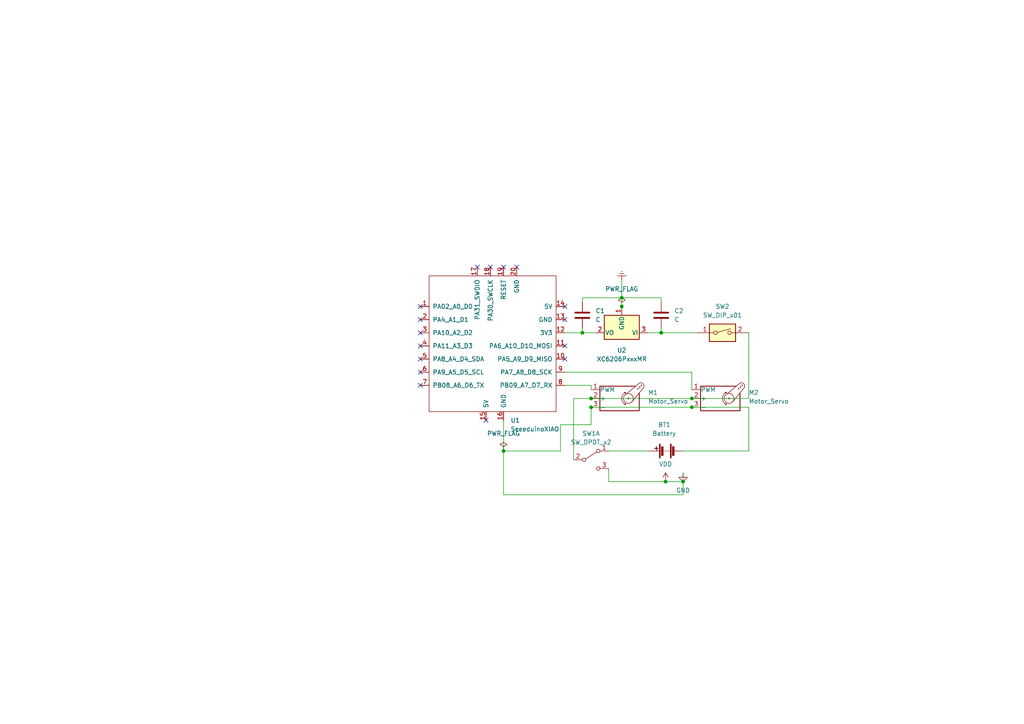
<source format=kicad_sch>
(kicad_sch (version 20211123) (generator eeschema)
  (paper "A4")
  (lib_symbols
    (symbol "Device:Battery" (pin_numbers hide) (pin_names (offset 0) hide)
      (property "Reference" "BT" (at 2.54 2.54 0))
      (property "Value" "Battery" (at 2.54 0 0))
      (symbol "Battery_0_1"
        (rectangle (start -2.032 -1.397) (end 2.032 -1.651) (fill (type outline)))
        (rectangle (start -2.032 1.778) (end 2.032 1.524) (fill (type outline)))
        (rectangle (start -1.3208 -1.9812) (end 1.27 -2.4892) (fill (type outline)))
        (rectangle (start -1.3208 1.1938) (end 1.27 0.6858) (fill (type outline)))
        (polyline (pts (xy 0 -1.524) (xy 0 -1.27)))
        (polyline (pts (xy 0 -1.016) (xy 0 -0.762)))
        (polyline (pts (xy 0 -0.508) (xy 0 -0.254)))
        (polyline (pts (xy 0 0) (xy 0 0.254)))
        (polyline (pts (xy 0 0.508) (xy 0 0.762)))
        (polyline (pts (xy 0 1.778) (xy 0 2.54)))
        (polyline (pts (xy 0.254 2.667) (xy 1.27 2.667)) (stroke (width 0.254)))
        (polyline (pts (xy 0.762 3.175) (xy 0.762 2.159)) (stroke (width 0.254)))
      )
      (symbol "Battery_1_1"
        (pin passive line (at 0 5.08 270) (length 2.54) (name "+") (number "1"))
        (pin passive line (at 0 -5.08 90) (length 2.54) (name "-") (number "2"))
      )
    )
    (symbol "Device:C" (pin_numbers hide) (pin_names (offset 0.254))
      (property "Reference" "C" (at 0.635 2.54 0))
      (property "Value" "C" (at 0.635 -2.54 0))
      (symbol "C_0_1"
        (polyline (pts (xy -2.032 -0.762) (xy 2.032 -0.762)) (stroke (width 0.508)))
        (polyline (pts (xy -2.032 0.762) (xy 2.032 0.762)) (stroke (width 0.508)))
      )
      (symbol "C_1_1"
        (pin passive line (at 0 3.81 270) (length 2.794) (name "~") (number "1"))
        (pin passive line (at 0 -3.81 90) (length 2.794) (name "~") (number "2"))
      )
    )
    (symbol "Motor:Motor_Servo" (pin_names (offset 0.0254))
      (property "Reference" "M" (at -5.08 4.445 0))
      (property "Value" "Motor_Servo" (at -5.08 -4.064 0))
      (symbol "Motor_Servo_0_1"
        (polyline (pts (xy 2.413 -1.778) (xy 2.032 -1.778)))
        (polyline (pts (xy 2.413 -1.778) (xy 2.286 -1.397)))
        (polyline (pts (xy 2.413 1.778) (xy 1.905 1.778)))
        (polyline (pts (xy 2.413 1.778) (xy 2.286 1.397)))
        (polyline (pts (xy 6.35 4.445) (xy 2.54 1.27)))
        (polyline (pts (xy 7.62 3.175) (xy 4.191 -1.016)))
        (polyline (pts (xy 5.08 3.556) (xy -5.08 3.556) (xy -5.08 -3.556) (xy 6.35 -3.556) (xy 6.35 1.524)) (stroke (width 0.254)))
        (arc (start 2.413 1.778) (mid 1.2406 0) (end 2.413 -1.778))
        (circle (center 3.175 0) (radius 0.1778))
        (circle (center 3.175 0) (radius 1.4224))
        (circle (center 5.969 2.794) (radius 0.127))
        (circle (center 6.477 3.302) (radius 0.127))
        (circle (center 6.985 3.81) (radius 0.127))
        (arc (start 7.62 3.175) (mid 7.4485 4.2735) (end 6.35 4.445))
      )
      (symbol "Motor_Servo_1_1"
        (pin passive line (at -7.62 2.54 0) (length 2.54) (name "PWM") (number "1"))
        (pin passive line (at -7.62 0 0) (length 2.54) (name "+") (number "2"))
        (pin passive line (at -7.62 -2.54 0) (length 2.54) (name "-") (number "3"))
      )
    )
    (symbol "Regulator_Linear:XC6206PxxxMR" (pin_names (offset 0.254))
      (property "Reference" "U" (at -3.81 3.175 0))
      (property "Value" "XC6206PxxxMR" (at 0 3.175 0))
      (symbol "XC6206PxxxMR_0_1"
        (rectangle (start -5.08 1.905) (end 5.08 -5.08) (stroke (width 0.254)) (fill (type background)))
      )
      (symbol "XC6206PxxxMR_1_1"
        (pin power_in line (at 0 -7.62 90) (length 2.54) (name "GND") (number "1"))
        (pin power_out line (at 7.62 0 180) (length 2.54) (name "VO") (number "2"))
        (pin power_in line (at -7.62 0 0) (length 2.54) (name "VI") (number "3"))
      )
    )
    (symbol "Seeeduino XIAO:SeeeduinoXIAO" (pin_names (offset 1.016))
      (property "Reference" "U" (at -19.05 22.86 0))
      (property "Value" "SeeeduinoXIAO" (at -12.7 21.59 0))
      (symbol "SeeeduinoXIAO_0_1"
        (rectangle (start -19.05 20.32) (end 17.78 -19.05))
      )
      (symbol "SeeeduinoXIAO_1_1"
        (pin unspecified line (at -21.59 11.43 0) (length 2.54) (name "PA02_A0_D0") (number "1"))
        (pin unspecified line (at 20.32 -3.81 180) (length 2.54) (name "PA5_A9_D9_MISO") (number "10"))
        (pin unspecified line (at 20.32 0 180) (length 2.54) (name "PA6_A10_D10_MOSI") (number "11"))
        (pin unspecified line (at 20.32 3.81 180) (length 2.54) (name "3V3") (number "12"))
        (pin unspecified line (at 20.32 7.62 180) (length 2.54) (name "GND") (number "13"))
        (pin unspecified line (at 20.32 11.43 180) (length 2.54) (name "5V") (number "14"))
        (pin input line (at -2.54 -21.59 90) (length 2.54) (name "5V") (number "15"))
        (pin input line (at 2.54 -21.59 90) (length 2.54) (name "GND") (number "16"))
        (pin input line (at -5.08 22.86 270) (length 2.54) (name "PA31_SWDIO") (number "17"))
        (pin input line (at -1.27 22.86 270) (length 2.54) (name "PA30_SWCLK") (number "18"))
        (pin input line (at 2.54 22.86 270) (length 2.54) (name "RESET") (number "19"))
        (pin unspecified line (at -21.59 7.62 0) (length 2.54) (name "PA4_A1_D1") (number "2"))
        (pin input line (at 6.35 22.86 270) (length 2.54) (name "GND") (number "20"))
        (pin unspecified line (at -21.59 3.81 0) (length 2.54) (name "PA10_A2_D2") (number "3"))
        (pin unspecified line (at -21.59 0 0) (length 2.54) (name "PA11_A3_D3") (number "4"))
        (pin unspecified line (at -21.59 -3.81 0) (length 2.54) (name "PA8_A4_D4_SDA") (number "5"))
        (pin unspecified line (at -21.59 -7.62 0) (length 2.54) (name "PA9_A5_D5_SCL") (number "6"))
        (pin unspecified line (at -21.59 -11.43 0) (length 2.54) (name "PB08_A6_D6_TX") (number "7"))
        (pin unspecified line (at 20.32 -11.43 180) (length 2.54) (name "PB09_A7_D7_RX") (number "8"))
        (pin unspecified line (at 20.32 -7.62 180) (length 2.54) (name "PA7_A8_D8_SCK") (number "9"))
      )
    )
    (symbol "Switch:SW_DIP_x01" (pin_names (offset 0) hide)
      (property "Reference" "SW" (at 0 3.81 0))
      (property "Value" "SW_DIP_x01" (at 0 -3.81 0))
      (symbol "SW_DIP_x01_0_0"
        (circle (center -2.032 0) (radius 0.508))
        (polyline (pts (xy -1.524 0.127) (xy 2.3622 1.1684)))
        (circle (center 2.032 0) (radius 0.508))
      )
      (symbol "SW_DIP_x01_0_1"
        (rectangle (start -3.81 2.54) (end 3.81 -2.54) (stroke (width 0.254)) (fill (type background)))
      )
      (symbol "SW_DIP_x01_1_1"
        (pin passive line (at -7.62 0 0) (length 5.08) (name "~") (number "1"))
        (pin passive line (at 7.62 0 180) (length 5.08) (name "~") (number "2"))
      )
    )
    (symbol "Switch:SW_DPDT_x2" (pin_names (offset 0) hide)
      (property "Reference" "SW" (at 0 4.318 0))
      (property "Value" "SW_DPDT_x2" (at 0 -5.08 0))
      (symbol "SW_DPDT_x2_0_0"
        (circle (center -2.032 0) (radius 0.508))
        (circle (center 2.032 -2.54) (radius 0.508))
      )
      (symbol "SW_DPDT_x2_0_1"
        (polyline (pts (xy -1.524 0.254) (xy 1.651 2.286)))
        (circle (center 2.032 2.54) (radius 0.508))
      )
      (symbol "SW_DPDT_x2_1_1"
        (pin passive line (at 5.08 2.54 180) (length 2.54) (name "A") (number "1"))
        (pin passive line (at -5.08 0 0) (length 2.54) (name "B") (number "2"))
        (pin passive line (at 5.08 -2.54 180) (length 2.54) (name "C") (number "3"))
      )
      (symbol "SW_DPDT_x2_2_1"
        (pin passive line (at 5.08 2.54 180) (length 2.54) (name "A") (number "4"))
        (pin passive line (at -5.08 0 0) (length 2.54) (name "B") (number "5"))
        (pin passive line (at 5.08 -2.54 180) (length 2.54) (name "C") (number "6"))
      )
    )
    (symbol "power:Earth" (power) (pin_names (offset 0))
      (symbol "Earth_0_1"
        (polyline (pts (xy -0.635 -1.905) (xy 0.635 -1.905)))
        (polyline (pts (xy -0.127 -2.54) (xy 0.127 -2.54)))
        (polyline (pts (xy 0 -1.27) (xy 0 0)))
        (polyline (pts (xy 1.27 -1.27) (xy -1.27 -1.27)))
      )
      (symbol "Earth_1_1"
        (pin power_in line (at 0 0 270) (length 0) hide (name "Earth") (number "1"))
      )
    )
    (symbol "power:GND" (power) (pin_names (offset 0))
      (property "Value" "GND" (at 0 -3.81 0))
      (symbol "GND_0_1"
        (polyline (pts (xy 0 0) (xy 0 -1.27) (xy 1.27 -1.27) (xy 0 -2.54) (xy -1.27 -1.27) (xy 0 -1.27)))
      )
      (symbol "GND_1_1"
        (pin power_in line (at 0 0 270) (length 0) hide (name "GND") (number "1"))
      )
    )
    (symbol "power:PWR_FLAG" (power) (pin_numbers hide) (pin_names (offset 0) hide)
      (property "Value" "PWR_FLAG" (at 0 3.81 0))
      (symbol "PWR_FLAG_0_0"
        (pin power_out line (at 0 0 90) (length 0) (name "pwr") (number "1"))
      )
      (symbol "PWR_FLAG_0_1"
        (polyline (pts (xy 0 0) (xy 0 1.27) (xy -1.016 1.905) (xy 0 2.54) (xy 1.016 1.905) (xy 0 1.27)))
      )
    )
    (symbol "power:VDD" (power) (pin_names (offset 0))
      (property "Value" "VDD" (at 0 3.81 0))
      (symbol "VDD_0_1"
        (polyline (pts (xy -0.762 1.27) (xy 0 2.54)))
        (polyline (pts (xy 0 0) (xy 0 2.54)))
        (polyline (pts (xy 0 2.54) (xy 0.762 1.27)))
      )
      (symbol "VDD_1_1"
        (pin power_in line (at 0 0 90) (length 0) hide (name "VDD") (number "1"))
      )
    )
  )
  (junction (at 180.34 86.36))
  (junction (at 171.45 115.57))
  (junction (at 200.66 118.11))
  (junction (at 193.04 139.7))
  (junction (at 180.34 88.9))
  (junction (at 171.45 118.11))
  (junction (at 191.77 96.52))
  (junction (at 200.66 115.57))
  (junction (at 146.05 130.81))
  (junction (at 168.91 96.52))
  (junction (at 198.12 139.7))
  (no_connect (at 140.97 121.92))
  (no_connect (at 163.83 92.71))
  (no_connect (at 163.83 88.9))
  (no_connect (at 163.83 100.33))
  (no_connect (at 163.83 104.14))
  (no_connect (at 121.92 111.76))
  (no_connect (at 121.92 88.9))
  (no_connect (at 138.43 77.47))
  (no_connect (at 142.24 77.47))
  (no_connect (at 146.05 77.47))
  (no_connect (at 149.86 77.47))
  (no_connect (at 121.92 92.71))
  (no_connect (at 121.92 96.52))
  (no_connect (at 121.92 100.33))
  (no_connect (at 121.92 104.14))
  (no_connect (at 121.92 107.95))
  (wire (pts (xy 191.77 86.36) (xy 191.77 87.63)))
  (wire (pts (xy 217.17 118.11) (xy 217.17 130.81)))
  (wire (pts (xy 187.96 96.52) (xy 191.77 96.52)))
  (wire (pts (xy 200.66 118.11) (xy 217.17 118.11)))
  (wire (pts (xy 193.04 139.7) (xy 198.12 139.7)))
  (wire (pts (xy 168.91 86.36) (xy 180.34 86.36)))
  (wire (pts (xy 168.91 87.63) (xy 168.91 86.36)))
  (wire (pts (xy 193.04 139.7) (xy 176.53 139.7)))
  (wire (pts (xy 171.45 111.76) (xy 171.45 113.03)))
  (wire (pts (xy 171.45 118.11) (xy 200.66 118.11)))
  (wire (pts (xy 146.05 121.92) (xy 146.05 130.81)))
  (wire (pts (xy 217.17 96.52) (xy 217.17 115.57)))
  (wire (pts (xy 146.05 143.51) (xy 198.12 143.51)))
  (wire (pts (xy 200.66 107.95) (xy 200.66 113.03)))
  (wire (pts (xy 163.83 111.76) (xy 171.45 111.76)))
  (wire (pts (xy 180.34 81.28) (xy 180.34 86.36)))
  (wire (pts (xy 171.45 115.57) (xy 166.37 115.57)))
  (wire (pts (xy 176.53 130.81) (xy 187.96 130.81)))
  (wire (pts (xy 180.34 86.36) (xy 180.34 88.9)))
  (wire (pts (xy 163.83 107.95) (xy 200.66 107.95)))
  (wire (pts (xy 198.12 139.7) (xy 198.12 143.51)))
  (wire (pts (xy 200.66 115.57) (xy 217.17 115.57)))
  (wire (pts (xy 166.37 115.57) (xy 166.37 133.35)))
  (wire (pts (xy 191.77 96.52) (xy 201.93 96.52)))
  (wire (pts (xy 162.56 130.81) (xy 146.05 130.81)))
  (wire (pts (xy 171.45 118.11) (xy 171.45 123.19)))
  (wire (pts (xy 162.56 123.19) (xy 162.56 130.81)))
  (wire (pts (xy 217.17 130.81) (xy 198.12 130.81)))
  (wire (pts (xy 171.45 123.19) (xy 162.56 123.19)))
  (wire (pts (xy 191.77 95.25) (xy 191.77 96.52)))
  (wire (pts (xy 171.45 115.57) (xy 200.66 115.57)))
  (wire (pts (xy 176.53 139.7) (xy 176.53 135.89)))
  (wire (pts (xy 168.91 96.52) (xy 172.72 96.52)))
  (wire (pts (xy 146.05 130.81) (xy 146.05 143.51)))
  (wire (pts (xy 198.12 137.16) (xy 198.12 139.7)))
  (wire (pts (xy 163.83 96.52) (xy 168.91 96.52)))
  (wire (pts (xy 180.34 86.36) (xy 191.77 86.36)))
  (wire (pts (xy 168.91 95.25) (xy 168.91 96.52)))
  (symbol (lib_id "power:PWR_FLAG") (at 146.05 130.81 0) (unit 1)
    (property "Reference" "#FLG?" (effects hide))
    (property "Value" "PWR_FLAG" (at 146.05 125.73 0))
  )
  (symbol (lib_id "Device:C") (at 168.91 91.44 0) (unit 1)
    (property "Reference" "C1" (at 172.72 90.1699 0) (effects (justify left)))
    (property "Value" "C" (at 172.72 92.7099 0) (effects (justify left)))
  )
  (symbol (lib_id "Regulator_Linear:XC6206PxxxMR") (at 180.34 96.52 180) (unit 1)
    (property "Reference" "U2" (at 180.34 101.6 0))
    (property "Value" "XC6206PxxxMR" (at 180.34 104.14 0))
    (property "Footprint" "Package_TO_SOT_SMD:SOT-23" (effects hide))
    (property "Datasheet" "https://www.torexsemi.com/file/xc6206/XC6206.pdf" (effects hide))
  )
  (symbol (lib_id "Switch:SW_DPDT_x2") (at 171.45 133.35 0) (unit 1)
    (property "Reference" "SW1" (at 171.45 125.73 0))
    (property "Value" "SW_DPDT_x2" (at 171.45 128.27 0))
  )
  (symbol (lib_id "Switch:SW_DIP_x01") (at 209.55 96.52 0) (unit 1)
    (property "Reference" "SW2" (at 209.55 88.9 0))
    (property "Value" "SW_DIP_x01" (at 209.55 91.44 0))
  )
  (symbol (lib_id "Device:Battery") (at 193.04 130.81 90) (unit 1)
    (property "Reference" "BT1" (at 192.659 123.19 90))
    (property "Value" "Battery" (at 192.659 125.73 90))
  )
  (symbol (lib_id "Motor:Motor_Servo") (at 208.28 115.57 0) (unit 1)
    (property "Reference" "M2" (at 217.17 113.8665 0) (effects (justify left)))
    (property "Value" "Motor_Servo" (at 217.17 116.4065 0) (effects (justify left)))
    (property "Datasheet" "http://forums.parallax.com/uploads/attachments/46831/74481.png" (effects hide))
  )
  (symbol (lib_id "power:PWR_FLAG") (at 180.34 88.9 0) (unit 1)
    (property "Reference" "#FLG?" (effects hide))
    (property "Value" "PWR_FLAG" (at 180.34 83.82 0))
  )
  (symbol (lib_id "Device:C") (at 191.77 91.44 0) (unit 1)
    (property "Reference" "C2" (at 195.58 90.1699 0) (effects (justify left)))
    (property "Value" "C" (at 195.58 92.7099 0) (effects (justify left)))
  )
  (symbol (lib_id "Seeeduino XIAO:SeeeduinoXIAO") (at 143.51 100.33 0) (unit 1)
    (property "Reference" "U1" (at 148.0694 121.92 0) (effects (justify left)))
    (property "Value" "SeeeduinoXIAO" (at 148.0694 124.46 0) (effects (justify left)))
  )
  (symbol (lib_id "Motor:Motor_Servo") (at 179.07 115.57 0) (unit 1)
    (property "Reference" "M1" (at 187.96 113.8665 0) (effects (justify left)))
    (property "Value" "Motor_Servo" (at 187.96 116.4065 0) (effects (justify left)))
    (property "Datasheet" "http://forums.parallax.com/uploads/attachments/46831/74481.png" (effects hide))
  )
  (symbol (lib_id "power:VDD") (at 193.04 139.7 0) (unit 1)
    (property "Reference" "#PWR02" (effects hide))
    (property "Value" "VDD" (at 193.04 134.62 0))
  )
  (symbol (lib_id "power:Earth") (at 180.34 81.28 180) (unit 1)
    (property "Reference" "#PWR01" (effects hide))
    (property "Value" "Earth" (effects hide))
  )
  (symbol (lib_id "power:GND") (at 198.12 137.16 0) (unit 1)
    (property "Reference" "#PWR03" (effects hide))
    (property "Value" "GND" (at 198.12 142.24 0))
  )
)
</source>
